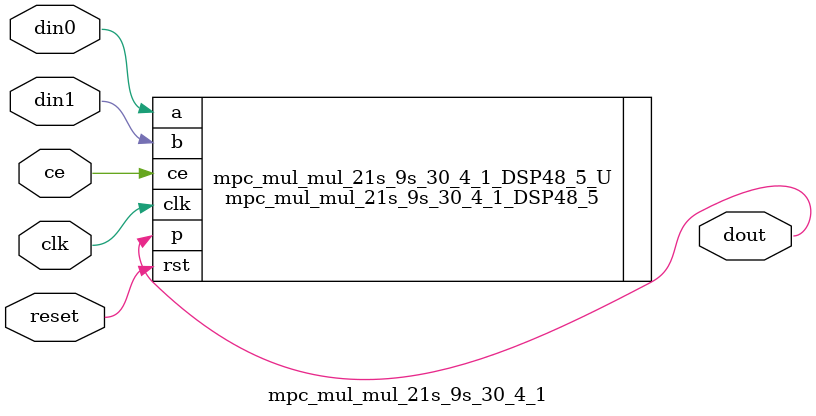
<source format=v>
module mpc_mul_mul_21s_9s_30_4_1(
    clk,
    reset,
    ce,
    din0,
    din1,
    dout);

parameter ID = 32'd1;
parameter NUM_STAGE = 32'd1;
parameter din0_WIDTH = 32'd1;
parameter din1_WIDTH = 32'd1;
parameter dout_WIDTH = 32'd1;
input clk;
input reset;
input ce;
input[din0_WIDTH - 1:0] din0;
input[din1_WIDTH - 1:0] din1;
output[dout_WIDTH - 1:0] dout;



mpc_mul_mul_21s_9s_30_4_1_DSP48_5 mpc_mul_mul_21s_9s_30_4_1_DSP48_5_U(
    .clk( clk ),
    .rst( reset ),
    .ce( ce ),
    .a( din0 ),
    .b( din1 ),
    .p( dout ));

endmodule

</source>
